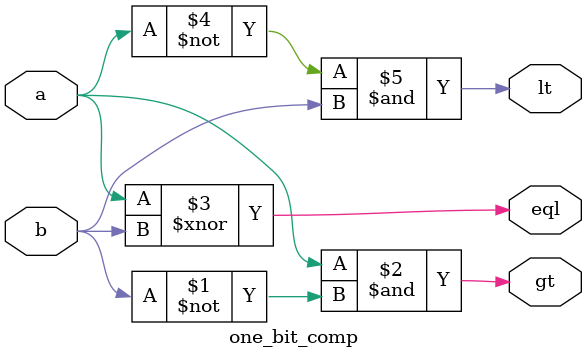
<source format=v>
module one_bit_comp(
	input a,
	input b,
	output gt,
	output eql,
	output lt
	);
	
	assign gt = a & ~(b);
	assign eql = a ~^ b;
	assign lt = ~(a) & b;
	
endmodule

</source>
